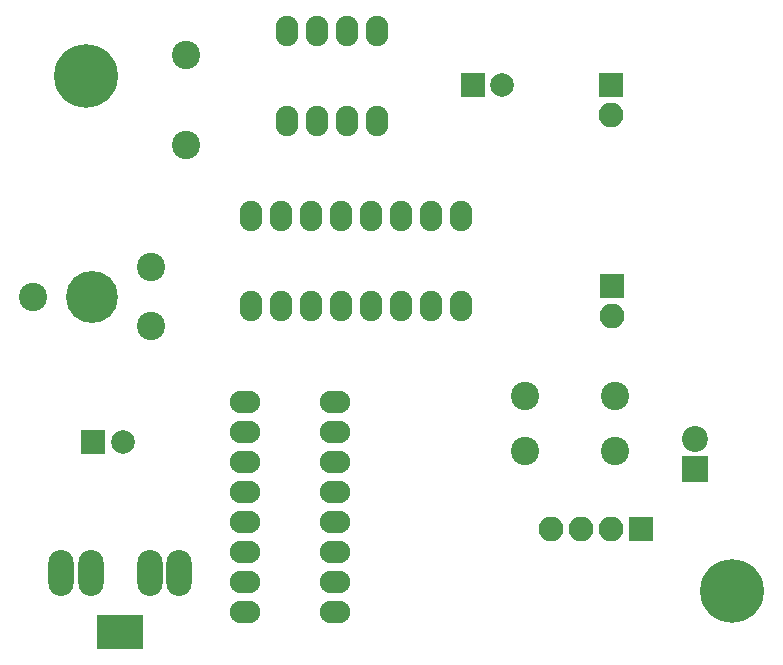
<source format=gbr>
G04 #@! TF.FileFunction,Soldermask,Top*
%FSLAX46Y46*%
G04 Gerber Fmt 4.6, Leading zero omitted, Abs format (unit mm)*
G04 Created by KiCad (PCBNEW 4.0.7) date 06/24/18 20:58:53*
%MOMM*%
%LPD*%
G01*
G04 APERTURE LIST*
%ADD10C,0.100000*%
%ADD11C,5.400000*%
%ADD12R,3.900000X2.900000*%
%ADD13O,2.150000X3.900000*%
%ADD14R,2.000000X2.000000*%
%ADD15C,2.000000*%
%ADD16R,2.200000X2.200000*%
%ADD17C,2.200000*%
%ADD18R,2.100000X2.100000*%
%ADD19O,2.100000X2.100000*%
%ADD20C,2.398980*%
%ADD21C,4.400500*%
%ADD22O,2.599640X1.901140*%
%ADD23O,1.901140X2.599640*%
G04 APERTURE END LIST*
D10*
D11*
X92887800Y-71577200D03*
X38150800Y-28016200D03*
D12*
X41071800Y-75078200D03*
D13*
X36071800Y-70072200D03*
X46071800Y-70072200D03*
X38571800Y-70072200D03*
X43571800Y-70072200D03*
D14*
X70916800Y-28778200D03*
D15*
X73416800Y-28778200D03*
D14*
X38785800Y-59004200D03*
D15*
X41285800Y-59004200D03*
D16*
X89712800Y-61290200D03*
D17*
X89712800Y-58750200D03*
D18*
X82600800Y-28778200D03*
D19*
X82600800Y-31318200D03*
D18*
X82727800Y-45796200D03*
D19*
X82727800Y-48336200D03*
D18*
X85140800Y-66370200D03*
D19*
X82600800Y-66370200D03*
X80060800Y-66370200D03*
X77520800Y-66370200D03*
D20*
X46659800Y-33858200D03*
X46659800Y-26238200D03*
X75361800Y-59766200D03*
X82981800Y-59766200D03*
X82981800Y-55067200D03*
X75361800Y-55067200D03*
X43660060Y-49184560D03*
X33657540Y-46685200D03*
X43660060Y-44185840D03*
D21*
X38658800Y-46685200D03*
D22*
X59232800Y-73355200D03*
X59232800Y-70815200D03*
X59232800Y-68275200D03*
X59232800Y-65735200D03*
X59232800Y-63195200D03*
X59232800Y-60655200D03*
X59232800Y-58115200D03*
X59232800Y-55575200D03*
X51612800Y-55575200D03*
X51612800Y-58115200D03*
X51612800Y-60655200D03*
X51612800Y-63195200D03*
X51612800Y-65735200D03*
X51612800Y-68275200D03*
X51612800Y-70815200D03*
X51612800Y-73355200D03*
D23*
X55168800Y-31826200D03*
X57708800Y-31826200D03*
X60248800Y-31826200D03*
X62788800Y-31826200D03*
X62788800Y-24206200D03*
X60248800Y-24206200D03*
X57708800Y-24206200D03*
X55168800Y-24206200D03*
X52120800Y-47447200D03*
X54660800Y-47447200D03*
X57200800Y-47447200D03*
X59740800Y-47447200D03*
X62280800Y-47447200D03*
X64820800Y-47447200D03*
X67360800Y-47447200D03*
X69900800Y-47447200D03*
X69900800Y-39827200D03*
X67360800Y-39827200D03*
X64820800Y-39827200D03*
X62280800Y-39827200D03*
X59740800Y-39827200D03*
X57200800Y-39827200D03*
X54660800Y-39827200D03*
X52120800Y-39827200D03*
M02*

</source>
